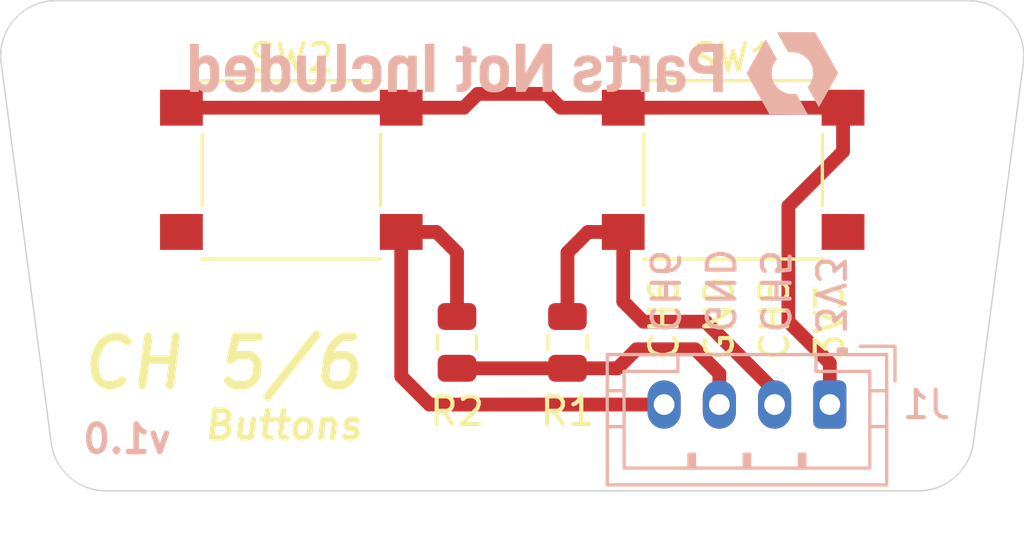
<source format=kicad_pcb>
(kicad_pcb (version 20171130) (host pcbnew "(5.1.5)-3")

  (general
    (thickness 1.6)
    (drawings 37)
    (tracks 32)
    (zones 0)
    (modules 12)
    (nets 5)
  )

  (page USLetter)
  (layers
    (0 F.Cu signal)
    (31 B.Cu signal)
    (32 B.Adhes user)
    (33 F.Adhes user)
    (34 B.Paste user)
    (35 F.Paste user)
    (36 B.SilkS user)
    (37 F.SilkS user)
    (38 B.Mask user)
    (39 F.Mask user)
    (40 Dwgs.User user)
    (41 Cmts.User user)
    (42 Eco1.User user)
    (43 Eco2.User user)
    (44 Edge.Cuts user)
    (45 Margin user)
    (46 B.CrtYd user)
    (47 F.CrtYd user)
    (48 B.Fab user)
    (49 F.Fab user)
  )

  (setup
    (last_trace_width 0.5)
    (trace_clearance 0.2)
    (zone_clearance 0.508)
    (zone_45_only no)
    (trace_min 0.2)
    (via_size 0.8)
    (via_drill 0.4)
    (via_min_size 0.4)
    (via_min_drill 0.3)
    (uvia_size 0.3)
    (uvia_drill 0.1)
    (uvias_allowed no)
    (uvia_min_size 0.2)
    (uvia_min_drill 0.1)
    (edge_width 0.05)
    (segment_width 0.2)
    (pcb_text_width 0.3)
    (pcb_text_size 1.5 1.5)
    (mod_edge_width 0.12)
    (mod_text_size 1 1)
    (mod_text_width 0.15)
    (pad_size 1.524 1.524)
    (pad_drill 0.762)
    (pad_to_mask_clearance 0.051)
    (solder_mask_min_width 0.25)
    (aux_axis_origin 0 0)
    (visible_elements 7FFFFF7F)
    (pcbplotparams
      (layerselection 0x010fc_ffffffff)
      (usegerberextensions true)
      (usegerberattributes false)
      (usegerberadvancedattributes false)
      (creategerberjobfile false)
      (excludeedgelayer true)
      (linewidth 0.100000)
      (plotframeref false)
      (viasonmask false)
      (mode 1)
      (useauxorigin false)
      (hpglpennumber 1)
      (hpglpenspeed 20)
      (hpglpendiameter 15.000000)
      (psnegative false)
      (psa4output false)
      (plotreference true)
      (plotvalue true)
      (plotinvisibletext false)
      (padsonsilk false)
      (subtractmaskfromsilk false)
      (outputformat 1)
      (mirror false)
      (drillshape 0)
      (scaleselection 1)
      (outputdirectory "../Gerbers/"))
  )

  (net 0 "")
  (net 1 /3V3)
  (net 2 /CH5)
  (net 3 GND)
  (net 4 /CH6)

  (net_class Default "This is the default net class."
    (clearance 0.2)
    (trace_width 0.5)
    (via_dia 0.8)
    (via_drill 0.4)
    (uvia_dia 0.3)
    (uvia_drill 0.1)
    (add_net /3V3)
    (add_net /CH5)
    (add_net /CH6)
    (add_net GND)
  )

  (module DumboRC_Daughterboards:DumboRC_Ch56_PNI-Logo (layer B.Cu) (tedit 0) (tstamp 5E5F7A0D)
    (at 125 96.5 180)
    (fp_text reference G*** (at 0 0) (layer B.SilkS) hide
      (effects (font (size 1.524 1.524) (thickness 0.3)) (justify mirror))
    )
    (fp_text value LOGO (at 0.75 0) (layer B.SilkS) hide
      (effects (font (size 1.524 1.524) (thickness 0.3)) (justify mirror))
    )
    (fp_poly (pts (xy 6.342011 0.37465) (xy 6.342175 0.240761) (xy 6.342476 0.123022) (xy 6.342925 0.020647)
      (xy 6.343534 -0.067148) (xy 6.344314 -0.141146) (xy 6.345278 -0.202132) (xy 6.346437 -0.25089)
      (xy 6.347802 -0.288203) (xy 6.349386 -0.314857) (xy 6.3512 -0.331635) (xy 6.352595 -0.337874)
      (xy 6.365693 -0.364873) (xy 6.384802 -0.383745) (xy 6.412786 -0.395888) (xy 6.452508 -0.4027)
      (xy 6.490301 -0.405101) (xy 6.570134 -0.408035) (xy 6.570134 -0.677334) (xy 6.453717 -0.676776)
      (xy 6.391701 -0.675307) (xy 6.339851 -0.671686) (xy 6.301038 -0.666139) (xy 6.291619 -0.663935)
      (xy 6.218105 -0.636136) (xy 6.155506 -0.595522) (xy 6.104444 -0.542722) (xy 6.065543 -0.478367)
      (xy 6.041245 -0.410337) (xy 6.038893 -0.399463) (xy 6.036836 -0.385347) (xy 6.035055 -0.36688)
      (xy 6.033531 -0.342956) (xy 6.032246 -0.312465) (xy 6.03118 -0.274302) (xy 6.030314 -0.227358)
      (xy 6.02963 -0.170524) (xy 6.029109 -0.102695) (xy 6.028731 -0.022761) (xy 6.028478 0.070385)
      (xy 6.028331 0.17785) (xy 6.028271 0.300742) (xy 6.028267 0.348912) (xy 6.028267 1.058333)
      (xy 6.341534 1.058333) (xy 6.342011 0.37465)) (layer B.SilkS) (width 0.01))
    (fp_poly (pts (xy 4.165402 0.637597) (xy 4.238934 0.619567) (xy 4.303653 0.588561) (xy 4.361342 0.54387)
      (xy 4.381383 0.523593) (xy 4.40729 0.492462) (xy 4.43149 0.458084) (xy 4.448396 0.428562)
      (xy 4.458008 0.407796) (xy 4.466218 0.388273) (xy 4.473135 0.368514) (xy 4.478872 0.347043)
      (xy 4.483538 0.32238) (xy 4.487245 0.293049) (xy 4.490104 0.25757) (xy 4.492226 0.214467)
      (xy 4.493722 0.16226) (xy 4.494703 0.099473) (xy 4.495279 0.024626) (xy 4.495563 -0.063758)
      (xy 4.495664 -0.167156) (xy 4.495675 -0.201083) (xy 4.4958 -0.677334) (xy 4.182533 -0.677334)
      (xy 4.182533 -0.241618) (xy 4.18251 -0.14429) (xy 4.182401 -0.062381) (xy 4.182155 0.005622)
      (xy 4.181715 0.061233) (xy 4.181029 0.105965) (xy 4.180041 0.141333) (xy 4.178697 0.168849)
      (xy 4.176943 0.190029) (xy 4.174725 0.206385) (xy 4.171988 0.219432) (xy 4.168677 0.230683)
      (xy 4.165238 0.240324) (xy 4.139241 0.28874) (xy 4.10357 0.325358) (xy 4.060763 0.350108)
      (xy 4.013361 0.362921) (xy 3.963901 0.363728) (xy 3.914925 0.35246) (xy 3.86897 0.329046)
      (xy 3.828576 0.293417) (xy 3.798804 0.250344) (xy 3.794743 0.242411) (xy 3.791317 0.234083)
      (xy 3.788464 0.223908) (xy 3.786119 0.210435) (xy 3.784221 0.192211) (xy 3.782706 0.167784)
      (xy 3.78151 0.135704) (xy 3.780572 0.094517) (xy 3.779827 0.042773) (xy 3.779212 -0.020982)
      (xy 3.778666 -0.098198) (xy 3.778123 -0.190328) (xy 3.777899 -0.230717) (xy 3.77543 -0.677334)
      (xy 3.462867 -0.677334) (xy 3.462867 0.626533) (xy 3.767667 0.626533) (xy 3.767667 0.515027)
      (xy 3.806509 0.549218) (xy 3.867159 0.592805) (xy 3.935083 0.622632) (xy 4.011855 0.639237)
      (xy 4.081271 0.643366) (xy 4.165402 0.637597)) (layer B.SilkS) (width 0.01))
    (fp_poly (pts (xy 3.158067 -0.677334) (xy 2.827867 -0.677334) (xy 2.827867 1.058333) (xy 3.158067 1.058333)
      (xy 3.158067 -0.677334)) (layer B.SilkS) (width 0.01))
    (fp_poly (pts (xy 1.781876 0.982521) (xy 1.783774 0.959999) (xy 1.785527 0.925461) (xy 1.787017 0.881365)
      (xy 1.788131 0.830168) (xy 1.788415 0.810683) (xy 1.7907 0.630767) (xy 1.915583 0.628423)
      (xy 2.040467 0.62608) (xy 2.040467 0.4064) (xy 1.785483 0.4064) (xy 1.788092 0.040216)
      (xy 1.788751 -0.048284) (xy 1.789406 -0.121463) (xy 1.790138 -0.18093) (xy 1.791029 -0.228297)
      (xy 1.792158 -0.265175) (xy 1.793609 -0.293174) (xy 1.795461 -0.313905) (xy 1.797796 -0.32898)
      (xy 1.800696 -0.340009) (xy 1.804242 -0.348602) (xy 1.808061 -0.3556) (xy 1.826262 -0.379466)
      (xy 1.850229 -0.395927) (xy 1.883275 -0.406374) (xy 1.928715 -0.412202) (xy 1.945217 -0.413256)
      (xy 2.015067 -0.41699) (xy 2.015067 -0.677334) (xy 1.89865 -0.676776) (xy 1.834873 -0.675239)
      (xy 1.782187 -0.67142) (xy 1.743148 -0.665522) (xy 1.735872 -0.663761) (xy 1.664364 -0.636449)
      (xy 1.603313 -0.595827) (xy 1.552913 -0.542057) (xy 1.517606 -0.484148) (xy 1.4859 -0.420013)
      (xy 1.483478 -0.006806) (xy 1.481056 0.4064) (xy 1.2954 0.4064) (xy 1.2954 0.62596)
      (xy 1.386417 0.628363) (xy 1.477433 0.630767) (xy 1.479771 0.759883) (xy 1.480727 0.804469)
      (xy 1.481824 0.84239) (xy 1.482956 0.870744) (xy 1.484015 0.886629) (xy 1.484518 0.889)
      (xy 1.492875 0.891685) (xy 1.514612 0.899143) (xy 1.547154 0.910476) (xy 1.587924 0.924789)
      (xy 1.630347 0.939768) (xy 1.676714 0.956066) (xy 1.717533 0.970198) (xy 1.750142 0.981257)
      (xy 1.771877 0.98834) (xy 1.779948 0.990568) (xy 1.781876 0.982521)) (layer B.SilkS) (width 0.01))
    (fp_poly (pts (xy -0.135466 -0.677334) (xy -0.471698 -0.677334) (xy -0.784066 -0.147039) (xy -1.096433 0.383255)
      (xy -1.098613 -0.147039) (xy -1.100794 -0.677334) (xy -1.439333 -0.677334) (xy -1.439333 1.058333)
      (xy -1.272116 1.05833) (xy -1.1049 1.058327) (xy -0.791633 0.524943) (xy -0.478366 -0.00844)
      (xy -0.476187 0.524946) (xy -0.474007 1.058333) (xy -0.135466 1.058333) (xy -0.135466 -0.677334)) (layer B.SilkS) (width 0.01))
    (fp_poly (pts (xy -3.66219 0.982521) (xy -3.660292 0.959999) (xy -3.65854 0.925461) (xy -3.657049 0.881365)
      (xy -3.655935 0.830168) (xy -3.655652 0.810683) (xy -3.653367 0.630767) (xy -3.528483 0.628423)
      (xy -3.4036 0.62608) (xy -3.4036 0.4064) (xy -3.658584 0.4064) (xy -3.655975 0.040216)
      (xy -3.655315 -0.048284) (xy -3.65466 -0.121463) (xy -3.653928 -0.18093) (xy -3.653038 -0.228297)
      (xy -3.651908 -0.265175) (xy -3.650458 -0.293174) (xy -3.648606 -0.313905) (xy -3.64627 -0.32898)
      (xy -3.64337 -0.340009) (xy -3.639824 -0.348602) (xy -3.636006 -0.3556) (xy -3.617805 -0.379466)
      (xy -3.593838 -0.395927) (xy -3.560791 -0.406374) (xy -3.515352 -0.412202) (xy -3.49885 -0.413256)
      (xy -3.429 -0.41699) (xy -3.429 -0.677334) (xy -3.545417 -0.676776) (xy -3.609193 -0.675239)
      (xy -3.661879 -0.67142) (xy -3.700919 -0.665522) (xy -3.708195 -0.663761) (xy -3.779702 -0.636449)
      (xy -3.840754 -0.595827) (xy -3.891153 -0.542057) (xy -3.926461 -0.484148) (xy -3.958167 -0.420013)
      (xy -3.960589 -0.006806) (xy -3.963011 0.4064) (xy -4.148667 0.4064) (xy -4.148667 0.62596)
      (xy -4.05765 0.628363) (xy -3.966633 0.630767) (xy -3.964296 0.759883) (xy -3.96334 0.804469)
      (xy -3.962243 0.84239) (xy -3.961111 0.870744) (xy -3.960051 0.886629) (xy -3.959549 0.889)
      (xy -3.951192 0.891685) (xy -3.929454 0.899143) (xy -3.896913 0.910476) (xy -3.856142 0.924789)
      (xy -3.81372 0.939768) (xy -3.767353 0.956066) (xy -3.726534 0.970198) (xy -3.693925 0.981257)
      (xy -3.67219 0.98834) (xy -3.664118 0.990568) (xy -3.66219 0.982521)) (layer B.SilkS) (width 0.01))
    (fp_poly (pts (xy -4.31165 0.656221) (xy -4.250267 0.650488) (xy -4.250267 0.353625) (xy -4.269317 0.359049)
      (xy -4.320443 0.370417) (xy -4.374035 0.376953) (xy -4.424005 0.3782) (xy -4.464065 0.373743)
      (xy -4.515843 0.356129) (xy -4.562582 0.328938) (xy -4.599316 0.29531) (xy -4.609308 0.281969)
      (xy -4.619505 0.26575) (xy -4.628127 0.249561) (xy -4.635306 0.231886) (xy -4.641173 0.211207)
      (xy -4.645859 0.186009) (xy -4.649497 0.154773) (xy -4.652218 0.115983) (xy -4.654152 0.068121)
      (xy -4.655433 0.009671) (xy -4.656191 -0.060884) (xy -4.656557 -0.145061) (xy -4.656665 -0.244378)
      (xy -4.656667 -0.264246) (xy -4.656667 -0.677334) (xy -4.969933 -0.677334) (xy -4.969933 0.626533)
      (xy -4.665133 0.626533) (xy -4.665133 0.506168) (xy -4.626481 0.549159) (xy -4.575443 0.593663)
      (xy -4.513409 0.627234) (xy -4.443024 0.648972) (xy -4.366932 0.657978) (xy -4.31165 0.656221)) (layer B.SilkS) (width 0.01))
    (fp_poly (pts (xy -7.228416 1.056251) (xy -7.136387 1.055449) (xy -7.059611 1.05467) (xy -6.996411 1.053832)
      (xy -6.945107 1.052854) (xy -6.904021 1.051655) (xy -6.871474 1.050152) (xy -6.845786 1.048266)
      (xy -6.82528 1.045914) (xy -6.808276 1.043015) (xy -6.793096 1.039488) (xy -6.77806 1.035251)
      (xy -6.774784 1.03427) (xy -6.699162 1.006969) (xy -6.63467 0.973041) (xy -6.575885 0.92942)
      (xy -6.553079 0.908877) (xy -6.495985 0.84446) (xy -6.452536 0.771492) (xy -6.422454 0.689244)
      (xy -6.405459 0.59699) (xy -6.401094 0.512233) (xy -6.405714 0.42112) (xy -6.420279 0.341641)
      (xy -6.445842 0.271018) (xy -6.483457 0.206475) (xy -6.53418 0.145233) (xy -6.544394 0.134738)
      (xy -6.596366 0.087738) (xy -6.64948 0.051678) (xy -6.708812 0.023709) (xy -6.779436 0.000986)
      (xy -6.786033 -0.000771) (xy -6.810356 -0.006577) (xy -6.83575 -0.011164) (xy -6.864886 -0.014745)
      (xy -6.900435 -0.01753) (xy -6.945065 -0.019733) (xy -7.001449 -0.021566) (xy -7.06755 -0.023141)
      (xy -7.281333 -0.027707) (xy -7.281333 -0.677334) (xy -7.62 -0.677334) (xy -7.62 0.269769)
      (xy -7.281333 0.269769) (xy -7.09295 0.272468) (xy -6.904566 0.275166) (xy -6.853767 0.300566)
      (xy -6.80307 0.333832) (xy -6.76652 0.376175) (xy -6.743499 0.428378) (xy -6.739113 0.446203)
      (xy -6.731924 0.514271) (xy -6.738548 0.578325) (xy -6.758065 0.636238) (xy -6.789558 0.685881)
      (xy -6.832108 0.725129) (xy -6.868264 0.745402) (xy -6.884309 0.751944) (xy -6.90045 0.756943)
      (xy -6.91935 0.760673) (xy -6.943675 0.763404) (xy -6.976088 0.765409) (xy -7.019253 0.76696)
      (xy -7.075835 0.768329) (xy -7.097183 0.768773) (xy -7.281333 0.772515) (xy -7.281333 0.269769)
      (xy -7.62 0.269769) (xy -7.62 1.059533) (xy -7.228416 1.056251)) (layer B.SilkS) (width 0.01))
    (fp_poly (pts (xy 11.667067 -0.677334) (xy 11.3538 -0.677334) (xy 11.3538 -0.5746) (xy 11.317817 -0.6038)
      (xy 11.252165 -0.64653) (xy 11.178191 -0.676244) (xy 11.099158 -0.692277) (xy 11.018328 -0.693963)
      (xy 10.939885 -0.680885) (xy 10.863133 -0.651829) (xy 10.795286 -0.60875) (xy 10.737093 -0.552463)
      (xy 10.689305 -0.483785) (xy 10.652671 -0.403532) (xy 10.636446 -0.350516) (xy 10.632171 -0.331754)
      (xy 10.628784 -0.311139) (xy 10.626191 -0.286547) (xy 10.624297 -0.255855) (xy 10.623009 -0.216938)
      (xy 10.622233 -0.167672) (xy 10.621874 -0.105933) (xy 10.621838 -0.029596) (xy 10.62184 -0.027748)
      (xy 10.933038 -0.027748) (xy 10.933754 -0.091265) (xy 10.935866 -0.151224) (xy 10.939374 -0.204222)
      (xy 10.944282 -0.246859) (xy 10.949999 -0.273895) (xy 10.971913 -0.322646) (xy 11.003803 -0.363832)
      (xy 11.04241 -0.393697) (xy 11.0617 -0.402663) (xy 11.102772 -0.411229) (xy 11.150729 -0.411334)
      (xy 11.198098 -0.403494) (xy 11.23258 -0.390837) (xy 11.275862 -0.359665) (xy 11.310876 -0.315842)
      (xy 11.334971 -0.262691) (xy 11.335041 -0.262467) (xy 11.339881 -0.244231) (xy 11.343545 -0.222979)
      (xy 11.346176 -0.19622) (xy 11.347921 -0.161463) (xy 11.348925 -0.116215) (xy 11.349332 -0.057986)
      (xy 11.349353 -0.016934) (xy 11.349189 0.046955) (xy 11.34872 0.096452) (xy 11.347751 0.1341)
      (xy 11.346083 0.162442) (xy 11.34352 0.184018) (xy 11.339866 0.201372) (xy 11.334922 0.217044)
      (xy 11.330291 0.229121) (xy 11.300606 0.283194) (xy 11.260923 0.324129) (xy 11.21278 0.351186)
      (xy 11.157715 0.363621) (xy 11.097268 0.360692) (xy 11.070195 0.354578) (xy 11.030885 0.335645)
      (xy 10.995072 0.303483) (xy 10.966157 0.261792) (xy 10.950307 0.224154) (xy 10.94408 0.19387)
      (xy 10.939238 0.150136) (xy 10.935782 0.096354) (xy 10.933714 0.035925) (xy 10.933038 -0.027748)
      (xy 10.62184 -0.027748) (xy 10.621849 -0.021167) (xy 10.622017 0.054685) (xy 10.622376 0.115808)
      (xy 10.623051 0.164407) (xy 10.624167 0.202688) (xy 10.625848 0.232853) (xy 10.628219 0.257109)
      (xy 10.631405 0.277659) (xy 10.635531 0.296709) (xy 10.640721 0.316463) (xy 10.641009 0.3175)
      (xy 10.664367 0.388416) (xy 10.692409 0.446933) (xy 10.727482 0.497426) (xy 10.752759 0.525565)
      (xy 10.813825 0.577258) (xy 10.881789 0.613865) (xy 10.957483 0.635719) (xy 11.041736 0.643156)
      (xy 11.044767 0.643159) (xy 11.118568 0.638863) (xy 11.181276 0.625291) (xy 11.236794 0.601034)
      (xy 11.289021 0.564686) (xy 11.307929 0.548224) (xy 11.3538 0.506301) (xy 11.3538 1.058333)
      (xy 11.667067 1.058333) (xy 11.667067 -0.677334)) (layer B.SilkS) (width 0.01))
    (fp_poly (pts (xy 9.902707 0.641781) (xy 9.965315 0.63681) (xy 10.003124 0.63067) (xy 10.087702 0.604928)
      (xy 10.164688 0.565817) (xy 10.232198 0.514749) (xy 10.288346 0.453136) (xy 10.329382 0.386255)
      (xy 10.348811 0.344805) (xy 10.363761 0.307639) (xy 10.374889 0.271359) (xy 10.382855 0.232567)
      (xy 10.388319 0.187863) (xy 10.391939 0.13385) (xy 10.394376 0.067129) (xy 10.394862 0.048683)
      (xy 10.399044 -0.118534) (xy 9.632557 -0.118534) (xy 9.637808 -0.186626) (xy 9.648702 -0.257109)
      (xy 9.6698 -0.314188) (xy 9.701616 -0.358347) (xy 9.744668 -0.390069) (xy 9.799471 -0.409841)
      (xy 9.86654 -0.418144) (xy 9.884834 -0.418485) (xy 9.925835 -0.41767) (xy 9.955188 -0.414567)
      (xy 9.978118 -0.408313) (xy 9.995952 -0.400146) (xy 10.031365 -0.375997) (xy 10.060007 -0.346061)
      (xy 10.077744 -0.314941) (xy 10.080276 -0.306264) (xy 10.085166 -0.285383) (xy 10.088475 -0.27305)
      (xy 10.09428 -0.268973) (xy 10.109962 -0.265997) (xy 10.137239 -0.264) (xy 10.177826 -0.262865)
      (xy 10.233441 -0.26247) (xy 10.240168 -0.262467) (xy 10.3886 -0.262467) (xy 10.3886 -0.298788)
      (xy 10.38044 -0.372042) (xy 10.356824 -0.441331) (xy 10.319045 -0.505168) (xy 10.268398 -0.562063)
      (xy 10.206178 -0.61053) (xy 10.13368 -0.649078) (xy 10.062634 -0.673555) (xy 10.033894 -0.678927)
      (xy 9.99297 -0.683662) (xy 9.944563 -0.687518) (xy 9.893373 -0.690253) (xy 9.844098 -0.691626)
      (xy 9.801439 -0.691396) (xy 9.770096 -0.689321) (xy 9.7663 -0.688778) (xy 9.676059 -0.667331)
      (xy 9.593513 -0.633753) (xy 9.520394 -0.589192) (xy 9.458432 -0.534797) (xy 9.40936 -0.471716)
      (xy 9.391667 -0.44025) (xy 9.371584 -0.396764) (xy 9.355914 -0.354181) (xy 9.344075 -0.309354)
      (xy 9.335483 -0.259138) (xy 9.329554 -0.200386) (xy 9.325704 -0.129951) (xy 9.324024 -0.07576)
      (xy 9.322855 0.016538) (xy 9.324414 0.094936) (xy 9.324861 0.1016) (xy 9.632728 0.1016)
      (xy 10.086256 0.1016) (xy 10.08131 0.160598) (xy 10.073166 0.21108) (xy 10.058408 0.259051)
      (xy 10.038998 0.298954) (xy 10.026327 0.316274) (xy 9.995148 0.34066) (xy 9.952279 0.359172)
      (xy 9.902433 0.370145) (xy 9.867292 0.37245) (xy 9.801207 0.366794) (xy 9.746914 0.349319)
      (xy 9.703926 0.319565) (xy 9.671754 0.27707) (xy 9.649911 0.221373) (xy 9.63831 0.156075)
      (xy 9.632728 0.1016) (xy 9.324861 0.1016) (xy 9.328938 0.162284) (xy 9.336668 0.22143)
      (xy 9.347841 0.275225) (xy 9.355905 0.3048) (xy 9.388222 0.385043) (xy 9.434427 0.45696)
      (xy 9.492948 0.519125) (xy 9.562211 0.570113) (xy 9.64064 0.608499) (xy 9.715743 0.63067)
      (xy 9.770968 0.638711) (xy 9.835607 0.642415) (xy 9.902707 0.641781)) (layer B.SilkS) (width 0.01))
    (fp_poly (pts (xy 9.084734 -0.677334) (xy 8.771467 -0.677334) (xy 8.771467 -0.5746) (xy 8.735484 -0.6038)
      (xy 8.669831 -0.64653) (xy 8.595857 -0.676244) (xy 8.516824 -0.692277) (xy 8.435995 -0.693963)
      (xy 8.357551 -0.680885) (xy 8.2808 -0.651829) (xy 8.212953 -0.60875) (xy 8.15476 -0.552463)
      (xy 8.106972 -0.483785) (xy 8.070337 -0.403532) (xy 8.054113 -0.350516) (xy 8.049838 -0.331754)
      (xy 8.04645 -0.311139) (xy 8.043857 -0.286547) (xy 8.041964 -0.255855) (xy 8.040676 -0.216938)
      (xy 8.0399 -0.167672) (xy 8.039541 -0.105933) (xy 8.039505 -0.029596) (xy 8.039507 -0.027748)
      (xy 8.350705 -0.027748) (xy 8.351421 -0.091265) (xy 8.353533 -0.151224) (xy 8.357041 -0.204222)
      (xy 8.361949 -0.246859) (xy 8.367666 -0.273895) (xy 8.38958 -0.322646) (xy 8.42147 -0.363832)
      (xy 8.460077 -0.393697) (xy 8.479367 -0.402663) (xy 8.520439 -0.411229) (xy 8.568396 -0.411334)
      (xy 8.615765 -0.403494) (xy 8.650247 -0.390837) (xy 8.693528 -0.359665) (xy 8.728543 -0.315842)
      (xy 8.752638 -0.262691) (xy 8.752708 -0.262467) (xy 8.757548 -0.244231) (xy 8.761211 -0.222979)
      (xy 8.763843 -0.19622) (xy 8.765588 -0.161463) (xy 8.766591 -0.116215) (xy 8.766999 -0.057986)
      (xy 8.767019 -0.016934) (xy 8.766855 0.046955) (xy 8.766387 0.096452) (xy 8.765417 0.1341)
      (xy 8.76375 0.162442) (xy 8.761187 0.184018) (xy 8.757532 0.201372) (xy 8.752588 0.217044)
      (xy 8.747958 0.229121) (xy 8.718273 0.283194) (xy 8.67859 0.324129) (xy 8.630446 0.351186)
      (xy 8.575382 0.363621) (xy 8.514934 0.360692) (xy 8.487861 0.354578) (xy 8.448552 0.335645)
      (xy 8.412738 0.303483) (xy 8.383824 0.261792) (xy 8.367974 0.224154) (xy 8.361747 0.19387)
      (xy 8.356904 0.150136) (xy 8.353448 0.096354) (xy 8.351381 0.035925) (xy 8.350705 -0.027748)
      (xy 8.039507 -0.027748) (xy 8.039516 -0.021167) (xy 8.039683 0.054685) (xy 8.040043 0.115808)
      (xy 8.040718 0.164407) (xy 8.041833 0.202688) (xy 8.043515 0.232853) (xy 8.045886 0.257109)
      (xy 8.049072 0.277659) (xy 8.053198 0.296709) (xy 8.058388 0.316463) (xy 8.058675 0.3175)
      (xy 8.082034 0.388416) (xy 8.110075 0.446933) (xy 8.145149 0.497426) (xy 8.170426 0.525565)
      (xy 8.231492 0.577258) (xy 8.299456 0.613865) (xy 8.375149 0.635719) (xy 8.459403 0.643156)
      (xy 8.462434 0.643159) (xy 8.536235 0.638863) (xy 8.598943 0.625291) (xy 8.654461 0.601034)
      (xy 8.706688 0.564686) (xy 8.725596 0.548224) (xy 8.771467 0.506301) (xy 8.771467 1.058333)
      (xy 9.084734 1.058333) (xy 9.084734 -0.677334)) (layer B.SilkS) (width 0.01))
    (fp_poly (pts (xy 7.069814 0.213783) (xy 7.06996 0.108979) (xy 7.070394 0.019631) (xy 7.071229 -0.055736)
      (xy 7.072578 -0.118598) (xy 7.074554 -0.170429) (xy 7.077269 -0.212707) (xy 7.080838 -0.246907)
      (xy 7.085373 -0.274503) (xy 7.090987 -0.296973) (xy 7.097793 -0.315792) (xy 7.105905 -0.332435)
      (xy 7.112538 -0.343771) (xy 7.140664 -0.374107) (xy 7.18064 -0.396499) (xy 7.228918 -0.410055)
      (xy 7.281953 -0.413883) (xy 7.336198 -0.407089) (xy 7.349914 -0.403516) (xy 7.39569 -0.383593)
      (xy 7.429856 -0.352772) (xy 7.454873 -0.308772) (xy 7.456527 -0.30468) (xy 7.459867 -0.294981)
      (xy 7.462699 -0.283227) (xy 7.465076 -0.267965) (xy 7.46705 -0.247742) (xy 7.468675 -0.221105)
      (xy 7.470003 -0.1866) (xy 7.471087 -0.142774) (xy 7.471981 -0.088173) (xy 7.472738 -0.021344)
      (xy 7.47341 0.059166) (xy 7.474051 0.15481) (xy 7.474205 0.179916) (xy 7.476899 0.626533)
      (xy 7.790127 0.626533) (xy 7.787534 0.154516) (xy 7.784941 -0.3175) (xy 7.761616 -0.386566)
      (xy 7.737695 -0.445081) (xy 7.707352 -0.500542) (xy 7.673444 -0.548354) (xy 7.639115 -0.583685)
      (xy 7.592007 -0.616362) (xy 7.535659 -0.64597) (xy 7.477746 -0.668612) (xy 7.463367 -0.672881)
      (xy 7.430184 -0.679341) (xy 7.384852 -0.684579) (xy 7.332124 -0.688405) (xy 7.276752 -0.690631)
      (xy 7.223489 -0.691068) (xy 7.177088 -0.689525) (xy 7.142301 -0.685815) (xy 7.141634 -0.685695)
      (xy 7.089846 -0.673331) (xy 7.035787 -0.65554) (xy 6.98692 -0.63496) (xy 6.964391 -0.623075)
      (xy 6.926332 -0.595108) (xy 6.886696 -0.556498) (xy 6.850105 -0.512357) (xy 6.821181 -0.467799)
      (xy 6.817155 -0.460147) (xy 6.805748 -0.437426) (xy 6.796027 -0.416967) (xy 6.787846 -0.397245)
      (xy 6.781062 -0.376734) (xy 6.775529 -0.35391) (xy 6.771105 -0.327247) (xy 6.767644 -0.295221)
      (xy 6.765003 -0.256306) (xy 6.763036 -0.208978) (xy 6.761601 -0.151711) (xy 6.760551 -0.082981)
      (xy 6.759745 -0.001262) (xy 6.759036 0.094971) (xy 6.758608 0.15875) (xy 6.75548 0.626533)
      (xy 7.069667 0.626533) (xy 7.069814 0.213783)) (layer B.SilkS) (width 0.01))
    (fp_poly (pts (xy 5.37905 0.637116) (xy 5.472336 0.618083) (xy 5.554504 0.586399) (xy 5.62547 0.542093)
      (xy 5.662701 0.509397) (xy 5.707366 0.458305) (xy 5.740976 0.4035) (xy 5.764963 0.341626)
      (xy 5.780757 0.269321) (xy 5.787094 0.217453) (xy 5.79319 0.1524) (xy 5.4864 0.1524)
      (xy 5.4864 0.18077) (xy 5.478368 0.232659) (xy 5.455845 0.28035) (xy 5.421188 0.319901)
      (xy 5.39066 0.340801) (xy 5.369153 0.35051) (xy 5.346034 0.356302) (xy 5.316031 0.35907)
      (xy 5.278967 0.359712) (xy 5.221846 0.356388) (xy 5.177205 0.345563) (xy 5.141776 0.325959)
      (xy 5.112291 0.296297) (xy 5.11029 0.293713) (xy 5.095048 0.272218) (xy 5.08317 0.250834)
      (xy 5.074186 0.227026) (xy 5.067622 0.198259) (xy 5.063007 0.161997) (xy 5.059869 0.115705)
      (xy 5.057736 0.056849) (xy 5.056553 0.005061) (xy 5.05558 -0.073323) (xy 5.056218 -0.137161)
      (xy 5.058704 -0.188783) (xy 5.063275 -0.230521) (xy 5.070166 -0.264707) (xy 5.079614 -0.29367)
      (xy 5.088897 -0.31411) (xy 5.118752 -0.354821) (xy 5.160189 -0.385589) (xy 5.210481 -0.405521)
      (xy 5.266897 -0.413723) (xy 5.32671 -0.409305) (xy 5.357462 -0.401958) (xy 5.407006 -0.379703)
      (xy 5.446123 -0.34664) (xy 5.472918 -0.305102) (xy 5.485498 -0.25742) (xy 5.486214 -0.243417)
      (xy 5.4864 -0.211667) (xy 5.793173 -0.211667) (xy 5.787291 -0.268817) (xy 5.777119 -0.340623)
      (xy 5.761862 -0.400387) (xy 5.739915 -0.452641) (xy 5.70967 -0.501914) (xy 5.699975 -0.515161)
      (xy 5.644561 -0.574669) (xy 5.57675 -0.623281) (xy 5.497702 -0.660246) (xy 5.454344 -0.674121)
      (xy 5.416118 -0.681586) (xy 5.366134 -0.686979) (xy 5.309458 -0.690176) (xy 5.251151 -0.691052)
      (xy 5.196279 -0.689481) (xy 5.149904 -0.685338) (xy 5.1308 -0.682119) (xy 5.039454 -0.655877)
      (xy 4.960547 -0.618185) (xy 4.893844 -0.56882) (xy 4.839107 -0.50756) (xy 4.796102 -0.434183)
      (xy 4.764592 -0.348467) (xy 4.760599 -0.333583) (xy 4.75622 -0.314268) (xy 4.752773 -0.293)
      (xy 4.750156 -0.267585) (xy 4.748267 -0.235823) (xy 4.747006 -0.195519) (xy 4.74627 -0.144477)
      (xy 4.745958 -0.080498) (xy 4.745947 -0.016934) (xy 4.746072 0.056258) (xy 4.746363 0.114781)
      (xy 4.74697 0.160899) (xy 4.748045 0.196876) (xy 4.749737 0.224978) (xy 4.752198 0.247467)
      (xy 4.755577 0.26661) (xy 4.760024 0.284669) (xy 4.765692 0.30391) (xy 4.767699 0.310401)
      (xy 4.801784 0.395244) (xy 4.847454 0.467772) (xy 4.904595 0.527907) (xy 4.973089 0.575575)
      (xy 5.052821 0.610698) (xy 5.143674 0.6332) (xy 5.245532 0.643006) (xy 5.274734 0.643466)
      (xy 5.37905 0.637116)) (layer B.SilkS) (width 0.01))
    (fp_poly (pts (xy 0.685179 0.641507) (xy 0.737552 0.638746) (xy 0.778437 0.634523) (xy 0.813267 0.627998)
      (xy 0.847477 0.618334) (xy 0.857909 0.614876) (xy 0.940583 0.579582) (xy 1.010208 0.534074)
      (xy 1.067241 0.477785) (xy 1.11214 0.410145) (xy 1.145364 0.330587) (xy 1.16737 0.238541)
      (xy 1.168963 0.228679) (xy 1.172413 0.195553) (xy 1.174766 0.149919) (xy 1.176086 0.094662)
      (xy 1.176436 0.032668) (xy 1.17588 -0.033177) (xy 1.174483 -0.099988) (xy 1.172309 -0.16488)
      (xy 1.16942 -0.224967) (xy 1.165881 -0.277364) (xy 1.161757 -0.319185) (xy 1.15711 -0.347544)
      (xy 1.156117 -0.351367) (xy 1.123753 -0.435346) (xy 1.078313 -0.509225) (xy 1.020811 -0.571992)
      (xy 0.952261 -0.622637) (xy 0.873676 -0.660147) (xy 0.833967 -0.672841) (xy 0.793544 -0.680798)
      (xy 0.74154 -0.686563) (xy 0.683184 -0.689985) (xy 0.623705 -0.690916) (xy 0.56833 -0.689206)
      (xy 0.52229 -0.684706) (xy 0.508 -0.682163) (xy 0.416607 -0.655854) (xy 0.33769 -0.618139)
      (xy 0.271 -0.568782) (xy 0.216289 -0.507551) (xy 0.173308 -0.434212) (xy 0.14181 -0.34853)
      (xy 0.137799 -0.333583) (xy 0.13342 -0.314268) (xy 0.129973 -0.293) (xy 0.127356 -0.267585)
      (xy 0.125467 -0.235823) (xy 0.124206 -0.195519) (xy 0.12347 -0.144477) (xy 0.123158 -0.080498)
      (xy 0.123147 -0.016934) (xy 0.123174 -0.000616) (xy 0.432152 -0.000616) (xy 0.433101 -0.059836)
      (xy 0.435078 -0.118178) (xy 0.438001 -0.172437) (xy 0.441791 -0.219411) (xy 0.446368 -0.255897)
      (xy 0.451652 -0.278692) (xy 0.4517 -0.278819) (xy 0.480146 -0.332514) (xy 0.518856 -0.373312)
      (xy 0.566405 -0.400567) (xy 0.621368 -0.413636) (xy 0.682322 -0.411873) (xy 0.724711 -0.402399)
      (xy 0.770947 -0.380205) (xy 0.809356 -0.343273) (xy 0.839883 -0.2921) (xy 0.845806 -0.278561)
      (xy 0.850389 -0.2653) (xy 0.853805 -0.250009) (xy 0.856224 -0.230382) (xy 0.857817 -0.20411)
      (xy 0.858756 -0.168887) (xy 0.859213 -0.122403) (xy 0.859358 -0.062353) (xy 0.859367 -0.029634)
      (xy 0.859065 0.047709) (xy 0.857919 0.110237) (xy 0.85557 0.160062) (xy 0.851658 0.199295)
      (xy 0.845822 0.230049) (xy 0.837703 0.254436) (xy 0.826941 0.274566) (xy 0.813177 0.292551)
      (xy 0.80251 0.304031) (xy 0.768246 0.333276) (xy 0.73138 0.351284) (xy 0.685965 0.360691)
      (xy 0.671529 0.362093) (xy 0.607297 0.360757) (xy 0.552938 0.345666) (xy 0.508494 0.316852)
      (xy 0.474005 0.27435) (xy 0.449512 0.218189) (xy 0.44022 0.180997) (xy 0.436263 0.150291)
      (xy 0.433653 0.107651) (xy 0.432309 0.056281) (xy 0.432152 -0.000616) (xy 0.123174 -0.000616)
      (xy 0.123272 0.056258) (xy 0.123563 0.114781) (xy 0.12417 0.160899) (xy 0.125245 0.196876)
      (xy 0.126937 0.224978) (xy 0.129398 0.247467) (xy 0.132777 0.26661) (xy 0.137224 0.284669)
      (xy 0.142892 0.30391) (xy 0.144899 0.310401) (xy 0.178976 0.395544) (xy 0.224405 0.468133)
      (xy 0.281142 0.528143) (xy 0.349147 0.575548) (xy 0.428379 0.610324) (xy 0.518795 0.632444)
      (xy 0.620355 0.641884) (xy 0.685179 0.641507)) (layer B.SilkS) (width 0.01))
    (fp_poly (pts (xy -2.664624 0.639544) (xy -2.573116 0.626015) (xy -2.490367 0.601358) (xy -2.41746 0.566231)
      (xy -2.355475 0.521288) (xy -2.305496 0.467185) (xy -2.268604 0.404579) (xy -2.24588 0.334123)
      (xy -2.244403 0.326528) (xy -2.238799 0.297574) (xy -2.235562 0.276441) (xy -2.236771 0.261909)
      (xy -2.244504 0.252758) (xy -2.26084 0.247765) (xy -2.287858 0.245711) (xy -2.327635 0.245374)
      (xy -2.38225 0.245533) (xy -2.529369 0.245533) (xy -2.534965 0.280527) (xy -2.54952 0.319861)
      (xy -2.57882 0.352458) (xy -2.621614 0.377133) (xy -2.646002 0.385647) (xy -2.698343 0.395391)
      (xy -2.752756 0.396076) (xy -2.80512 0.388425) (xy -2.851313 0.373159) (xy -2.887213 0.351004)
      (xy -2.896646 0.341684) (xy -2.916634 0.307206) (xy -2.925064 0.266327) (xy -2.92157 0.230716)
      (xy -2.911733 0.203996) (xy -2.896801 0.18239) (xy -2.874723 0.164895) (xy -2.843449 0.15051)
      (xy -2.800928 0.138234) (xy -2.745108 0.127065) (xy -2.692069 0.118632) (xy -2.593884 0.102051)
      (xy -2.510946 0.083192) (xy -2.441627 0.061216) (xy -2.384302 0.035283) (xy -2.337344 0.004553)
      (xy -2.299127 -0.031813) (xy -2.268025 -0.074655) (xy -2.249084 -0.110067) (xy -2.235964 -0.140276)
      (xy -2.227651 -0.167603) (xy -2.222794 -0.198311) (xy -2.220047 -0.238665) (xy -2.219709 -0.246538)
      (xy -2.220372 -0.322985) (xy -2.229955 -0.387931) (xy -2.249636 -0.444937) (xy -2.280599 -0.497564)
      (xy -2.31805 -0.54301) (xy -2.365576 -0.584892) (xy -2.425449 -0.622785) (xy -2.493146 -0.654172)
      (xy -2.5527 -0.673654) (xy -2.581374 -0.678976) (xy -2.622212 -0.683671) (xy -2.67053 -0.687499)
      (xy -2.721642 -0.690222) (xy -2.770863 -0.691599) (xy -2.813508 -0.691393) (xy -2.84489 -0.689364)
      (xy -2.849033 -0.688778) (xy -2.943547 -0.667052) (xy -3.025519 -0.634308) (xy -3.094745 -0.59074)
      (xy -3.15102 -0.536539) (xy -3.194138 -0.471898) (xy -3.223893 -0.397009) (xy -3.238728 -0.32385)
      (xy -3.244322 -0.2794) (xy -2.947745 -0.2794) (xy -2.941926 -0.306917) (xy -2.926206 -0.350289)
      (xy -2.898313 -0.384384) (xy -2.856146 -0.411749) (xy -2.854945 -0.412342) (xy -2.829491 -0.423854)
      (xy -2.806705 -0.430919) (xy -2.780924 -0.434576) (xy -2.746488 -0.435864) (xy -2.726266 -0.435946)
      (xy -2.685202 -0.435229) (xy -2.655229 -0.432497) (xy -2.630535 -0.426718) (xy -2.605305 -0.41686)
      (xy -2.596813 -0.412977) (xy -2.567848 -0.397963) (xy -2.549558 -0.383248) (xy -2.536555 -0.363773)
      (xy -2.530279 -0.350504) (xy -2.517724 -0.305008) (xy -2.521339 -0.262746) (xy -2.538102 -0.228799)
      (xy -2.556352 -0.209814) (xy -2.582637 -0.193522) (xy -2.618972 -0.17919) (xy -2.667372 -0.166089)
      (xy -2.729852 -0.153488) (xy -2.760133 -0.148275) (xy -2.858516 -0.129715) (xy -2.941527 -0.108903)
      (xy -3.010653 -0.085189) (xy -3.06738 -0.057921) (xy -3.113195 -0.026449) (xy -3.149582 0.00988)
      (xy -3.163647 0.028522) (xy -3.187969 0.069595) (xy -3.204282 0.112402) (xy -3.213528 0.161043)
      (xy -3.216646 0.21962) (xy -3.216099 0.257265) (xy -3.214328 0.300431) (xy -3.211556 0.331716)
      (xy -3.206756 0.35617) (xy -3.198903 0.378845) (xy -3.186969 0.404792) (xy -3.185526 0.407732)
      (xy -3.142735 0.476385) (xy -3.087813 0.533305) (xy -3.020934 0.578399) (xy -2.942269 0.61157)
      (xy -2.85199 0.632724) (xy -2.76381 0.641292) (xy -2.664624 0.639544)) (layer B.SilkS) (width 0.01))
    (fp_poly (pts (xy -5.647907 0.637389) (xy -5.554289 0.619203) (xy -5.472358 0.588978) (xy -5.402224 0.546781)
      (xy -5.343996 0.492682) (xy -5.297786 0.426749) (xy -5.263704 0.349052) (xy -5.25947 0.335818)
      (xy -5.256553 0.324205) (xy -5.254045 0.30901) (xy -5.251903 0.288874) (xy -5.250087 0.262436)
      (xy -5.248554 0.228338) (xy -5.24726 0.18522) (xy -5.246165 0.131723) (xy -5.245226 0.066488)
      (xy -5.2444 -0.011846) (xy -5.243646 -0.104637) (xy -5.24305 -0.192617) (xy -5.239974 -0.677334)
      (xy -5.544858 -0.677334) (xy -5.547379 -0.626698) (xy -5.5499 -0.576063) (xy -5.588 -0.606375)
      (xy -5.655656 -0.650998) (xy -5.725841 -0.679457) (xy -5.747167 -0.684747) (xy -5.79467 -0.691152)
      (xy -5.851538 -0.69325) (xy -5.910784 -0.691137) (xy -5.965422 -0.684911) (xy -5.983709 -0.681447)
      (xy -6.057012 -0.657595) (xy -6.122461 -0.620505) (xy -6.178234 -0.571945) (xy -6.222505 -0.513678)
      (xy -6.253451 -0.44747) (xy -6.26364 -0.410633) (xy -6.276302 -0.320671) (xy -6.275437 -0.276839)
      (xy -5.969 -0.276839) (xy -5.963221 -0.330553) (xy -5.945409 -0.37272) (xy -5.914854 -0.404388)
      (xy -5.870845 -0.426603) (xy -5.866188 -0.428179) (xy -5.829454 -0.435282) (xy -5.783565 -0.437267)
      (xy -5.735408 -0.434432) (xy -5.69187 -0.427075) (xy -5.668399 -0.419631) (xy -5.628755 -0.398131)
      (xy -5.59891 -0.369711) (xy -5.577718 -0.33218) (xy -5.564033 -0.28335) (xy -5.556713 -0.22103)
      (xy -5.555793 -0.204222) (xy -5.551816 -0.116343) (xy -5.69954 -0.120002) (xy -5.753957 -0.121517)
      (xy -5.794532 -0.123237) (xy -5.824353 -0.125559) (xy -5.84651 -0.128882) (xy -5.864093 -0.133602)
      (xy -5.880191 -0.140117) (xy -5.88907 -0.14438) (xy -5.928474 -0.169521) (xy -5.953606 -0.200292)
      (xy -5.966379 -0.239864) (xy -5.969 -0.276839) (xy -6.275437 -0.276839) (xy -6.274651 -0.23706)
      (xy -6.259037 -0.160741) (xy -6.229811 -0.092656) (xy -6.187324 -0.033746) (xy -6.131928 0.01505)
      (xy -6.096564 0.036976) (xy -6.061021 0.054452) (xy -6.024415 0.068081) (xy -5.984082 0.078281)
      (xy -5.937356 0.085469) (xy -5.881574 0.090062) (xy -5.814071 0.092476) (xy -5.737936 0.093133)
      (xy -5.551914 0.093133) (xy -5.555803 0.180591) (xy -5.562819 0.249257) (xy -5.577799 0.303562)
      (xy -5.601813 0.344613) (xy -5.635931 0.373513) (xy -5.681222 0.391369) (xy -5.738757 0.399287)
      (xy -5.768015 0.399908) (xy -5.826651 0.393203) (xy -5.875404 0.374482) (xy -5.913017 0.34465)
      (xy -5.938228 0.304611) (xy -5.947866 0.270736) (xy -5.953555 0.237066) (xy -6.242377 0.237066)
      (xy -6.237482 0.301789) (xy -6.225152 0.372037) (xy -6.198756 0.4346) (xy -6.157209 0.491671)
      (xy -6.129685 0.519509) (xy -6.067577 0.56748) (xy -5.997335 0.603358) (xy -5.917548 0.627608)
      (xy -5.826805 0.640695) (xy -5.7531 0.643466) (xy -5.647907 0.637389)) (layer B.SilkS) (width 0.01))
    (fp_poly (pts (xy -9.969506 1.479822) (xy -9.880953 1.479542) (xy -9.802186 1.479099) (xy -9.73434 1.478502)
      (xy -9.678545 1.47776) (xy -9.635935 1.47688) (xy -9.607641 1.475872) (xy -9.594795 1.474744)
      (xy -9.594128 1.474371) (xy -9.598703 1.465704) (xy -9.61072 1.44372) (xy -9.629364 1.409889)
      (xy -9.653823 1.365678) (xy -9.683284 1.312556) (xy -9.716931 1.251992) (xy -9.753953 1.185453)
      (xy -9.793536 1.114408) (xy -9.794809 1.112125) (xy -9.992651 0.757274) (xy -10.116542 0.756948)
      (xy -10.202063 0.754229) (xy -10.276326 0.74585) (xy -10.344373 0.730748) (xy -10.411244 0.707856)
      (xy -10.468525 0.682629) (xy -10.567004 0.626566) (xy -10.654417 0.557893) (xy -10.73013 0.477338)
      (xy -10.793506 0.385631) (xy -10.843911 0.2835) (xy -10.864101 0.2286) (xy -10.874999 0.193806)
      (xy -10.882654 0.163767) (xy -10.887778 0.133689) (xy -10.891081 0.09878) (xy -10.893273 0.054247)
      (xy -10.894218 0.0254) (xy -10.895423 -0.025549) (xy -10.895279 -0.064355) (xy -10.893377 -0.09578)
      (xy -10.889309 -0.124588) (xy -10.882665 -0.155543) (xy -10.876647 -0.179561) (xy -10.849261 -0.264985)
      (xy -10.812876 -0.346969) (xy -10.769977 -0.420347) (xy -10.743411 -0.456529) (xy -10.700604 -0.509652)
      (xy -10.896713 -0.858076) (xy -10.936428 -0.928533) (xy -10.973738 -0.994523) (xy -11.007799 -1.054566)
      (xy -11.037766 -1.107183) (xy -11.062794 -1.150894) (xy -11.08204 -1.184221) (xy -11.094657 -1.205683)
      (xy -11.099756 -1.213755) (xy -11.10856 -1.212903) (xy -11.119392 -1.201055) (xy -11.12544 -1.190682)
      (xy -11.139106 -1.166686) (xy -11.159741 -1.130222) (xy -11.186694 -1.082446) (xy -11.219316 -1.024513)
      (xy -11.256957 -0.957577) (xy -11.298967 -0.882794) (xy -11.344697 -0.801318) (xy -11.393496 -0.714306)
      (xy -11.444715 -0.622911) (xy -11.463818 -0.588808) (xy -11.79554 0.003484) (xy -11.783002 0.029259)
      (xy -11.777138 0.040213) (xy -11.763582 0.06488) (xy -11.742924 0.102205) (xy -11.715751 0.151129)
      (xy -11.682655 0.210597) (xy -11.644223 0.27955) (xy -11.601046 0.356934) (xy -11.553711 0.44169)
      (xy -11.502809 0.532762) (xy -11.448927 0.629094) (xy -11.392657 0.729627) (xy -11.372158 0.766233)
      (xy -10.973853 1.477433) (xy -10.282571 1.479599) (xy -10.171448 1.479859) (xy -10.066716 1.479931)
      (xy -9.969506 1.479822)) (layer B.SilkS) (width 0.01))
    (fp_poly (pts (xy -9.174998 1.209944) (xy -9.162673 1.189557) (xy -9.143608 1.157029) (xy -9.118549 1.113688)
      (xy -9.088244 1.060863) (xy -9.053439 0.99988) (xy -9.014882 0.932068) (xy -8.973319 0.858755)
      (xy -8.929499 0.781268) (xy -8.884166 0.700935) (xy -8.83807 0.619085) (xy -8.791956 0.537044)
      (xy -8.746572 0.456141) (xy -8.702665 0.377703) (xy -8.660981 0.303059) (xy -8.622268 0.233536)
      (xy -8.587273 0.170462) (xy -8.556743 0.115165) (xy -8.531424 0.068973) (xy -8.512065 0.033213)
      (xy -8.499411 0.009213) (xy -8.49421 -0.001698) (xy -8.494137 -0.00197) (xy -8.497886 -0.010714)
      (xy -8.509377 -0.033207) (xy -8.528057 -0.068438) (xy -8.553371 -0.115395) (xy -8.584764 -0.173067)
      (xy -8.62168 -0.240443) (xy -8.663565 -0.316512) (xy -8.709864 -0.400261) (xy -8.760022 -0.49068)
      (xy -8.813483 -0.586757) (xy -8.869694 -0.687482) (xy -8.9019 -0.745067) (xy -9.311826 -1.477434)
      (xy -10.002927 -1.4796) (xy -10.694029 -1.481766) (xy -10.661965 -1.424079) (xy -10.650794 -1.403967)
      (xy -10.632497 -1.371004) (xy -10.608159 -1.327147) (xy -10.578867 -1.274354) (xy -10.545706 -1.214583)
      (xy -10.509763 -1.14979) (xy -10.472124 -1.081933) (xy -10.460566 -1.061097) (xy -10.291233 -0.755801)
      (xy -10.168466 -0.756222) (xy -10.11207 -0.755827) (xy -10.067593 -0.753897) (xy -10.030056 -0.749976)
      (xy -9.994479 -0.743606) (xy -9.970541 -0.738058) (xy -9.909634 -0.71974) (xy -9.844966 -0.694765)
      (xy -9.782808 -0.665866) (xy -9.729431 -0.635773) (xy -9.717109 -0.627641) (xy -9.631475 -0.558583)
      (xy -9.556155 -0.476863) (xy -9.492313 -0.384071) (xy -9.441115 -0.281794) (xy -9.418126 -0.220133)
      (xy -9.409466 -0.192851) (xy -9.403214 -0.169282) (xy -9.398981 -0.145803) (xy -9.396377 -0.11879)
      (xy -9.39501 -0.08462) (xy -9.394492 -0.039669) (xy -9.394424 0) (xy -9.394582 0.054617)
      (xy -9.395316 0.095925) (xy -9.397016 0.127549) (xy -9.400072 0.15311) (xy -9.404874 0.176234)
      (xy -9.411813 0.200544) (xy -9.418126 0.220133) (xy -9.451474 0.305048) (xy -9.493815 0.387201)
      (xy -9.541608 0.459778) (xy -9.544952 0.464176) (xy -9.581863 0.512233) (xy -9.38395 0.8636)
      (xy -9.344108 0.934148) (xy -9.30669 1.000045) (xy -9.272533 1.059846) (xy -9.242469 1.112107)
      (xy -9.217334 1.155383) (xy -9.197962 1.18823) (xy -9.185188 1.209203) (xy -9.179846 1.216859)
      (xy -9.179835 1.216862) (xy -9.174998 1.209944)) (layer B.SilkS) (width 0.01))
  )

  (module DumboRC_Daughterboards:MountingHole_2.25mm locked (layer F.Cu) (tedit 5E599D5D) (tstamp 5E5A1EB0)
    (at 109.25 100)
    (descr "Mounting Hole 2.25mm, no annular")
    (tags "mounting hole 2.25mm no annular")
    (path /5E59D1E0)
    (attr virtual)
    (fp_text reference H1 (at 0 -3.2) (layer F.SilkS) hide
      (effects (font (size 1 1) (thickness 0.15)))
    )
    (fp_text value MountingHole (at 0 3.2) (layer F.Fab) hide
      (effects (font (size 1 1) (thickness 0.15)))
    )
    (fp_text user %R (at 0.3 0) (layer F.Fab)
      (effects (font (size 1 1) (thickness 0.15)))
    )
    (fp_circle (center 0 0) (end 2.2 0) (layer Cmts.User) (width 0.15))
    (fp_circle (center 0 0) (end 2.45 0) (layer F.CrtYd) (width 0.05))
    (pad "" np_thru_hole circle (at 0 0 90) (size 2.25 2.25) (drill 2.25) (layers *.Cu *.Mask))
  )

  (module DumboRC_Daughterboards:AlignmentHole_1.25mm locked (layer F.Cu) (tedit 5E599DDE) (tstamp 5E5A1E90)
    (at 109.25 103.5)
    (descr "Mounting Hole 2.25mm, no annular")
    (tags "mounting hole 2.25mm no annular")
    (path /5E59E26D)
    (attr virtual)
    (fp_text reference H4 (at 0 -1.27) (layer F.SilkS) hide
      (effects (font (size 1 1) (thickness 0.15)))
    )
    (fp_text value AlignmentHole (at 0 1.27) (layer F.Fab) hide
      (effects (font (size 1 1) (thickness 0.15)))
    )
    (fp_text user %R (at 0.3 0) (layer F.Fab) hide
      (effects (font (size 1 1) (thickness 0.15)))
    )
    (pad "" np_thru_hole circle (at 0 0 90) (size 1.25 1.25) (drill 1.25) (layers *.Cu *.Mask))
  )

  (module DumboRC_Daughterboards:MountingHole_2.25mm locked (layer F.Cu) (tedit 5E599D5D) (tstamp 5E5A1E7D)
    (at 125 100)
    (descr "Mounting Hole 2.25mm, no annular")
    (tags "mounting hole 2.25mm no annular")
    (path /5E59DB06)
    (attr virtual)
    (fp_text reference H2 (at 0 -3.2) (layer F.SilkS) hide
      (effects (font (size 1 1) (thickness 0.15)))
    )
    (fp_text value MountingHole (at 0 3.2) (layer F.Fab) hide
      (effects (font (size 1 1) (thickness 0.15)))
    )
    (fp_circle (center 0 0) (end 2.45 0) (layer F.CrtYd) (width 0.05))
    (fp_circle (center 0 0) (end 2.2 0) (layer Cmts.User) (width 0.15))
    (fp_text user %R (at 0.3 0) (layer F.Fab)
      (effects (font (size 1 1) (thickness 0.15)))
    )
    (pad "" np_thru_hole circle (at 0 0 90) (size 2.25 2.25) (drill 2.25) (layers *.Cu *.Mask))
  )

  (module DumboRC_Daughterboards:AlignmentHole_1.25mm locked (layer F.Cu) (tedit 5E599DDE) (tstamp 5E5A1E9F)
    (at 125 103.5)
    (descr "Mounting Hole 2.25mm, no annular")
    (tags "mounting hole 2.25mm no annular")
    (path /5E59E8BD)
    (attr virtual)
    (fp_text reference H5 (at 0 -1.27) (layer F.SilkS) hide
      (effects (font (size 1 1) (thickness 0.15)))
    )
    (fp_text value AlignmentHole (at 0 1.27) (layer F.Fab) hide
      (effects (font (size 1 1) (thickness 0.15)))
    )
    (fp_text user %R (at 0.3 0) (layer F.Fab) hide
      (effects (font (size 1 1) (thickness 0.15)))
    )
    (pad "" np_thru_hole circle (at 0 0 90) (size 1.25 1.25) (drill 1.25) (layers *.Cu *.Mask))
  )

  (module DumboRC_Daughterboards:MountingHole_2.25mm locked (layer F.Cu) (tedit 5E599D5D) (tstamp 5E5A1D6F)
    (at 140.75 100)
    (descr "Mounting Hole 2.25mm, no annular")
    (tags "mounting hole 2.25mm no annular")
    (path /5E59E046)
    (attr virtual)
    (fp_text reference H3 (at 0 -3.2) (layer F.SilkS) hide
      (effects (font (size 1 1) (thickness 0.15)))
    )
    (fp_text value MountingHole (at 0 3.2) (layer F.Fab) hide
      (effects (font (size 1 1) (thickness 0.15)))
    )
    (fp_text user %R (at 0.3 0) (layer F.Fab)
      (effects (font (size 1 1) (thickness 0.15)))
    )
    (fp_circle (center 0 0) (end 2.2 0) (layer Cmts.User) (width 0.15))
    (fp_circle (center 0 0) (end 2.45 0) (layer F.CrtYd) (width 0.05))
    (pad "" np_thru_hole circle (at 0 0 90) (size 2.25 2.25) (drill 2.25) (layers *.Cu *.Mask))
  )

  (module DumboRC_Daughterboards:AlignmentHole_1.25mm locked (layer F.Cu) (tedit 5E599DDE) (tstamp 5E5A20E2)
    (at 140.75 103.5)
    (descr "Mounting Hole 2.25mm, no annular")
    (tags "mounting hole 2.25mm no annular")
    (path /5E59EDE0)
    (attr virtual)
    (fp_text reference H6 (at 0 -1.27) (layer F.SilkS) hide
      (effects (font (size 1 1) (thickness 0.15)))
    )
    (fp_text value AlignmentHole (at 0 1.27) (layer F.Fab) hide
      (effects (font (size 1 1) (thickness 0.15)))
    )
    (fp_text user %R (at 0.3 0) (layer F.Fab) hide
      (effects (font (size 1 1) (thickness 0.15)))
    )
    (pad "" np_thru_hole circle (at 0 0 90) (size 1.25 1.25) (drill 1.25) (layers *.Cu *.Mask))
  )

  (module Connector_JST:JST_PH_B4B-PH-K_1x04_P2.00mm_Vertical (layer B.Cu) (tedit 5B7745C2) (tstamp 5E5A1DB0)
    (at 136.5 108.5 180)
    (descr "JST PH series connector, B4B-PH-K (http://www.jst-mfg.com/product/pdf/eng/ePH.pdf), generated with kicad-footprint-generator")
    (tags "connector JST PH side entry")
    (path /5E553F35)
    (fp_text reference J1 (at -3.5 0) (layer B.SilkS)
      (effects (font (size 1 1) (thickness 0.15)) (justify mirror))
    )
    (fp_text value Conn_01x04 (at 3 -4) (layer B.Fab)
      (effects (font (size 1 1) (thickness 0.15)) (justify mirror))
    )
    (fp_line (start -2.06 1.81) (end -2.06 -2.91) (layer B.SilkS) (width 0.12))
    (fp_line (start -2.06 -2.91) (end 8.06 -2.91) (layer B.SilkS) (width 0.12))
    (fp_line (start 8.06 -2.91) (end 8.06 1.81) (layer B.SilkS) (width 0.12))
    (fp_line (start 8.06 1.81) (end -2.06 1.81) (layer B.SilkS) (width 0.12))
    (fp_line (start -0.3 1.81) (end -0.3 2.01) (layer B.SilkS) (width 0.12))
    (fp_line (start -0.3 2.01) (end -0.6 2.01) (layer B.SilkS) (width 0.12))
    (fp_line (start -0.6 2.01) (end -0.6 1.81) (layer B.SilkS) (width 0.12))
    (fp_line (start -0.3 1.91) (end -0.6 1.91) (layer B.SilkS) (width 0.12))
    (fp_line (start 0.5 1.81) (end 0.5 1.2) (layer B.SilkS) (width 0.12))
    (fp_line (start 0.5 1.2) (end -1.45 1.2) (layer B.SilkS) (width 0.12))
    (fp_line (start -1.45 1.2) (end -1.45 -2.3) (layer B.SilkS) (width 0.12))
    (fp_line (start -1.45 -2.3) (end 7.45 -2.3) (layer B.SilkS) (width 0.12))
    (fp_line (start 7.45 -2.3) (end 7.45 1.2) (layer B.SilkS) (width 0.12))
    (fp_line (start 7.45 1.2) (end 5.5 1.2) (layer B.SilkS) (width 0.12))
    (fp_line (start 5.5 1.2) (end 5.5 1.81) (layer B.SilkS) (width 0.12))
    (fp_line (start -2.06 0.5) (end -1.45 0.5) (layer B.SilkS) (width 0.12))
    (fp_line (start -2.06 -0.8) (end -1.45 -0.8) (layer B.SilkS) (width 0.12))
    (fp_line (start 8.06 0.5) (end 7.45 0.5) (layer B.SilkS) (width 0.12))
    (fp_line (start 8.06 -0.8) (end 7.45 -0.8) (layer B.SilkS) (width 0.12))
    (fp_line (start 0.9 -2.3) (end 0.9 -1.8) (layer B.SilkS) (width 0.12))
    (fp_line (start 0.9 -1.8) (end 1.1 -1.8) (layer B.SilkS) (width 0.12))
    (fp_line (start 1.1 -1.8) (end 1.1 -2.3) (layer B.SilkS) (width 0.12))
    (fp_line (start 1 -2.3) (end 1 -1.8) (layer B.SilkS) (width 0.12))
    (fp_line (start 2.9 -2.3) (end 2.9 -1.8) (layer B.SilkS) (width 0.12))
    (fp_line (start 2.9 -1.8) (end 3.1 -1.8) (layer B.SilkS) (width 0.12))
    (fp_line (start 3.1 -1.8) (end 3.1 -2.3) (layer B.SilkS) (width 0.12))
    (fp_line (start 3 -2.3) (end 3 -1.8) (layer B.SilkS) (width 0.12))
    (fp_line (start 4.9 -2.3) (end 4.9 -1.8) (layer B.SilkS) (width 0.12))
    (fp_line (start 4.9 -1.8) (end 5.1 -1.8) (layer B.SilkS) (width 0.12))
    (fp_line (start 5.1 -1.8) (end 5.1 -2.3) (layer B.SilkS) (width 0.12))
    (fp_line (start 5 -2.3) (end 5 -1.8) (layer B.SilkS) (width 0.12))
    (fp_line (start -1.11 2.11) (end -2.36 2.11) (layer B.SilkS) (width 0.12))
    (fp_line (start -2.36 2.11) (end -2.36 0.86) (layer B.SilkS) (width 0.12))
    (fp_line (start -1.11 2.11) (end -2.36 2.11) (layer B.Fab) (width 0.1))
    (fp_line (start -2.36 2.11) (end -2.36 0.86) (layer B.Fab) (width 0.1))
    (fp_line (start -1.95 1.7) (end -1.95 -2.8) (layer B.Fab) (width 0.1))
    (fp_line (start -1.95 -2.8) (end 7.95 -2.8) (layer B.Fab) (width 0.1))
    (fp_line (start 7.95 -2.8) (end 7.95 1.7) (layer B.Fab) (width 0.1))
    (fp_line (start 7.95 1.7) (end -1.95 1.7) (layer B.Fab) (width 0.1))
    (fp_line (start -2.45 2.2) (end -2.45 -3.3) (layer B.CrtYd) (width 0.05))
    (fp_line (start -2.45 -3.3) (end 8.45 -3.3) (layer B.CrtYd) (width 0.05))
    (fp_line (start 8.45 -3.3) (end 8.45 2.2) (layer B.CrtYd) (width 0.05))
    (fp_line (start 8.45 2.2) (end -2.45 2.2) (layer B.CrtYd) (width 0.05))
    (fp_text user %R (at 3 -1.5) (layer B.Fab)
      (effects (font (size 1 1) (thickness 0.15)) (justify mirror))
    )
    (pad 1 thru_hole roundrect (at 0 0 180) (size 1.2 1.75) (drill 0.75) (layers *.Cu *.Mask) (roundrect_rratio 0.208333)
      (net 1 /3V3))
    (pad 2 thru_hole oval (at 2 0 180) (size 1.2 1.75) (drill 0.75) (layers *.Cu *.Mask)
      (net 2 /CH5))
    (pad 3 thru_hole oval (at 4 0 180) (size 1.2 1.75) (drill 0.75) (layers *.Cu *.Mask)
      (net 3 GND))
    (pad 4 thru_hole oval (at 6 0 180) (size 1.2 1.75) (drill 0.75) (layers *.Cu *.Mask)
      (net 4 /CH6))
    (model ${KISYS3DMOD}/Connector_JST.3dshapes/JST_PH_B4B-PH-K_1x04_P2.00mm_Vertical.wrl
      (at (xyz 0 0 0))
      (scale (xyz 1 1 1))
      (rotate (xyz 0 0 0))
    )
  )

  (module Resistor_SMD:R_0805_2012Metric (layer F.Cu) (tedit 5B36C52B) (tstamp 5E5F15A4)
    (at 127 106.25 270)
    (descr "Resistor SMD 0805 (2012 Metric), square (rectangular) end terminal, IPC_7351 nominal, (Body size source: https://docs.google.com/spreadsheets/d/1BsfQQcO9C6DZCsRaXUlFlo91Tg2WpOkGARC1WS5S8t0/edit?usp=sharing), generated with kicad-footprint-generator")
    (tags resistor)
    (path /5E5573AC)
    (attr smd)
    (fp_text reference R1 (at 2.5 0 180) (layer F.SilkS)
      (effects (font (size 1 1) (thickness 0.15)))
    )
    (fp_text value 10k (at 0 1.65 90) (layer F.Fab)
      (effects (font (size 1 1) (thickness 0.15)))
    )
    (fp_text user %R (at 0 0 90) (layer F.Fab)
      (effects (font (size 0.5 0.5) (thickness 0.08)))
    )
    (fp_line (start 1.68 0.95) (end -1.68 0.95) (layer F.CrtYd) (width 0.05))
    (fp_line (start 1.68 -0.95) (end 1.68 0.95) (layer F.CrtYd) (width 0.05))
    (fp_line (start -1.68 -0.95) (end 1.68 -0.95) (layer F.CrtYd) (width 0.05))
    (fp_line (start -1.68 0.95) (end -1.68 -0.95) (layer F.CrtYd) (width 0.05))
    (fp_line (start -0.258578 0.71) (end 0.258578 0.71) (layer F.SilkS) (width 0.12))
    (fp_line (start -0.258578 -0.71) (end 0.258578 -0.71) (layer F.SilkS) (width 0.12))
    (fp_line (start 1 0.6) (end -1 0.6) (layer F.Fab) (width 0.1))
    (fp_line (start 1 -0.6) (end 1 0.6) (layer F.Fab) (width 0.1))
    (fp_line (start -1 -0.6) (end 1 -0.6) (layer F.Fab) (width 0.1))
    (fp_line (start -1 0.6) (end -1 -0.6) (layer F.Fab) (width 0.1))
    (pad 2 smd roundrect (at 0.9375 0 270) (size 0.975 1.4) (layers F.Cu F.Paste F.Mask) (roundrect_rratio 0.25)
      (net 3 GND))
    (pad 1 smd roundrect (at -0.9375 0 270) (size 0.975 1.4) (layers F.Cu F.Paste F.Mask) (roundrect_rratio 0.25)
      (net 2 /CH5))
    (model ${KISYS3DMOD}/Resistor_SMD.3dshapes/R_0805_2012Metric.wrl
      (at (xyz 0 0 0))
      (scale (xyz 1 1 1))
      (rotate (xyz 0 0 0))
    )
  )

  (module Resistor_SMD:R_0805_2012Metric (layer F.Cu) (tedit 5B36C52B) (tstamp 5E5A1CCD)
    (at 123 106.25 270)
    (descr "Resistor SMD 0805 (2012 Metric), square (rectangular) end terminal, IPC_7351 nominal, (Body size source: https://docs.google.com/spreadsheets/d/1BsfQQcO9C6DZCsRaXUlFlo91Tg2WpOkGARC1WS5S8t0/edit?usp=sharing), generated with kicad-footprint-generator")
    (tags resistor)
    (path /5E556B0B)
    (attr smd)
    (fp_text reference R2 (at 2.5 0 180) (layer F.SilkS)
      (effects (font (size 1 1) (thickness 0.15)))
    )
    (fp_text value 10k (at 0 1.65 90) (layer F.Fab)
      (effects (font (size 1 1) (thickness 0.15)))
    )
    (fp_line (start -1 0.6) (end -1 -0.6) (layer F.Fab) (width 0.1))
    (fp_line (start -1 -0.6) (end 1 -0.6) (layer F.Fab) (width 0.1))
    (fp_line (start 1 -0.6) (end 1 0.6) (layer F.Fab) (width 0.1))
    (fp_line (start 1 0.6) (end -1 0.6) (layer F.Fab) (width 0.1))
    (fp_line (start -0.258578 -0.71) (end 0.258578 -0.71) (layer F.SilkS) (width 0.12))
    (fp_line (start -0.258578 0.71) (end 0.258578 0.71) (layer F.SilkS) (width 0.12))
    (fp_line (start -1.68 0.95) (end -1.68 -0.95) (layer F.CrtYd) (width 0.05))
    (fp_line (start -1.68 -0.95) (end 1.68 -0.95) (layer F.CrtYd) (width 0.05))
    (fp_line (start 1.68 -0.95) (end 1.68 0.95) (layer F.CrtYd) (width 0.05))
    (fp_line (start 1.68 0.95) (end -1.68 0.95) (layer F.CrtYd) (width 0.05))
    (fp_text user %R (at 0 0 90) (layer F.Fab)
      (effects (font (size 0.5 0.5) (thickness 0.08)))
    )
    (pad 1 smd roundrect (at -0.9375 0 270) (size 0.975 1.4) (layers F.Cu F.Paste F.Mask) (roundrect_rratio 0.25)
      (net 4 /CH6))
    (pad 2 smd roundrect (at 0.9375 0 270) (size 0.975 1.4) (layers F.Cu F.Paste F.Mask) (roundrect_rratio 0.25)
      (net 3 GND))
    (model ${KISYS3DMOD}/Resistor_SMD.3dshapes/R_0805_2012Metric.wrl
      (at (xyz 0 0 0))
      (scale (xyz 1 1 1))
      (rotate (xyz 0 0 0))
    )
  )

  (module Button_Switch_SMD:SW_SPST_PTS645 locked (layer F.Cu) (tedit 5A02FC95) (tstamp 5E5A1D36)
    (at 133 100)
    (descr "C&K Components SPST SMD PTS645 Series 6mm Tact Switch")
    (tags "SPST Button Switch")
    (path /5E555AD4)
    (attr smd)
    (fp_text reference SW1 (at 0 -4.05) (layer F.SilkS)
      (effects (font (size 1 1) (thickness 0.15)))
    )
    (fp_text value SW_Push (at 0 4.15) (layer F.Fab)
      (effects (font (size 1 1) (thickness 0.15)))
    )
    (fp_text user %R (at 0 -4.05) (layer F.Fab)
      (effects (font (size 1 1) (thickness 0.15)))
    )
    (fp_line (start -3 -3) (end -3 3) (layer F.Fab) (width 0.1))
    (fp_line (start -3 3) (end 3 3) (layer F.Fab) (width 0.1))
    (fp_line (start 3 3) (end 3 -3) (layer F.Fab) (width 0.1))
    (fp_line (start 3 -3) (end -3 -3) (layer F.Fab) (width 0.1))
    (fp_line (start 5.05 3.4) (end 5.05 -3.4) (layer F.CrtYd) (width 0.05))
    (fp_line (start -5.05 -3.4) (end -5.05 3.4) (layer F.CrtYd) (width 0.05))
    (fp_line (start -5.05 3.4) (end 5.05 3.4) (layer F.CrtYd) (width 0.05))
    (fp_line (start -5.05 -3.4) (end 5.05 -3.4) (layer F.CrtYd) (width 0.05))
    (fp_line (start 3.23 -3.23) (end 3.23 -3.2) (layer F.SilkS) (width 0.12))
    (fp_line (start 3.23 3.23) (end 3.23 3.2) (layer F.SilkS) (width 0.12))
    (fp_line (start -3.23 3.23) (end -3.23 3.2) (layer F.SilkS) (width 0.12))
    (fp_line (start -3.23 -3.2) (end -3.23 -3.23) (layer F.SilkS) (width 0.12))
    (fp_line (start 3.23 -1.3) (end 3.23 1.3) (layer F.SilkS) (width 0.12))
    (fp_line (start -3.23 -3.23) (end 3.23 -3.23) (layer F.SilkS) (width 0.12))
    (fp_line (start -3.23 -1.3) (end -3.23 1.3) (layer F.SilkS) (width 0.12))
    (fp_line (start -3.23 3.23) (end 3.23 3.23) (layer F.SilkS) (width 0.12))
    (fp_circle (center 0 0) (end 1.75 -0.05) (layer F.Fab) (width 0.1))
    (pad 2 smd rect (at -3.98 2.25) (size 1.55 1.3) (layers F.Cu F.Paste F.Mask)
      (net 2 /CH5))
    (pad 1 smd rect (at -3.98 -2.25) (size 1.55 1.3) (layers F.Cu F.Paste F.Mask)
      (net 1 /3V3))
    (pad 1 smd rect (at 3.98 -2.25) (size 1.55 1.3) (layers F.Cu F.Paste F.Mask)
      (net 1 /3V3))
    (pad 2 smd rect (at 3.98 2.25) (size 1.55 1.3) (layers F.Cu F.Paste F.Mask)
      (net 2 /CH5))
    (model ${KISYS3DMOD}/Button_Switch_SMD.3dshapes/SW_SPST_PTS645.wrl
      (at (xyz 0 0 0))
      (scale (xyz 1 1 1))
      (rotate (xyz 0 0 0))
    )
  )

  (module Button_Switch_SMD:SW_SPST_PTS645 locked (layer F.Cu) (tedit 5A02FC95) (tstamp 5E5A1E3E)
    (at 117 100)
    (descr "C&K Components SPST SMD PTS645 Series 6mm Tact Switch")
    (tags "SPST Button Switch")
    (path /5E55641B)
    (attr smd)
    (fp_text reference SW2 (at 0 -4.05) (layer F.SilkS)
      (effects (font (size 1 1) (thickness 0.15)))
    )
    (fp_text value SW_Push (at 0 4.15) (layer F.Fab)
      (effects (font (size 1 1) (thickness 0.15)))
    )
    (fp_circle (center 0 0) (end 1.75 -0.05) (layer F.Fab) (width 0.1))
    (fp_line (start -3.23 3.23) (end 3.23 3.23) (layer F.SilkS) (width 0.12))
    (fp_line (start -3.23 -1.3) (end -3.23 1.3) (layer F.SilkS) (width 0.12))
    (fp_line (start -3.23 -3.23) (end 3.23 -3.23) (layer F.SilkS) (width 0.12))
    (fp_line (start 3.23 -1.3) (end 3.23 1.3) (layer F.SilkS) (width 0.12))
    (fp_line (start -3.23 -3.2) (end -3.23 -3.23) (layer F.SilkS) (width 0.12))
    (fp_line (start -3.23 3.23) (end -3.23 3.2) (layer F.SilkS) (width 0.12))
    (fp_line (start 3.23 3.23) (end 3.23 3.2) (layer F.SilkS) (width 0.12))
    (fp_line (start 3.23 -3.23) (end 3.23 -3.2) (layer F.SilkS) (width 0.12))
    (fp_line (start -5.05 -3.4) (end 5.05 -3.4) (layer F.CrtYd) (width 0.05))
    (fp_line (start -5.05 3.4) (end 5.05 3.4) (layer F.CrtYd) (width 0.05))
    (fp_line (start -5.05 -3.4) (end -5.05 3.4) (layer F.CrtYd) (width 0.05))
    (fp_line (start 5.05 3.4) (end 5.05 -3.4) (layer F.CrtYd) (width 0.05))
    (fp_line (start 3 -3) (end -3 -3) (layer F.Fab) (width 0.1))
    (fp_line (start 3 3) (end 3 -3) (layer F.Fab) (width 0.1))
    (fp_line (start -3 3) (end 3 3) (layer F.Fab) (width 0.1))
    (fp_line (start -3 -3) (end -3 3) (layer F.Fab) (width 0.1))
    (fp_text user %R (at 0 -4.05) (layer F.Fab)
      (effects (font (size 1 1) (thickness 0.15)))
    )
    (pad 2 smd rect (at 3.98 2.25) (size 1.55 1.3) (layers F.Cu F.Paste F.Mask)
      (net 4 /CH6))
    (pad 1 smd rect (at 3.98 -2.25) (size 1.55 1.3) (layers F.Cu F.Paste F.Mask)
      (net 1 /3V3))
    (pad 1 smd rect (at -3.98 -2.25) (size 1.55 1.3) (layers F.Cu F.Paste F.Mask)
      (net 1 /3V3))
    (pad 2 smd rect (at -3.98 2.25) (size 1.55 1.3) (layers F.Cu F.Paste F.Mask)
      (net 4 /CH6))
    (model ${KISYS3DMOD}/Button_Switch_SMD.3dshapes/SW_SPST_PTS645.wrl
      (at (xyz 0 0 0))
      (scale (xyz 1 1 1))
      (rotate (xyz 0 0 0))
    )
  )

  (gr_text Buttons (at 113.75 109.25) (layer F.SilkS) (tstamp 5E5F2221)
    (effects (font (size 1 1) (thickness 0.2) italic) (justify left))
  )
  (gr_text "CH 5/6" (at 109.25 107) (layer F.SilkS)
    (effects (font (size 1.75 1.75) (thickness 0.3) italic) (justify left))
  )
  (gr_text GND (at 132.5 106 270) (layer B.SilkS) (tstamp 5E5F1751)
    (effects (font (size 1 1) (thickness 0.15)) (justify left mirror))
  )
  (gr_text CH5 (at 134.5 106 270) (layer B.SilkS) (tstamp 5E5F1750)
    (effects (font (size 1 1) (thickness 0.15)) (justify left mirror))
  )
  (gr_text 3V3 (at 136.5 106 270) (layer B.SilkS) (tstamp 5E5F174F)
    (effects (font (size 1 1) (thickness 0.15)) (justify left mirror))
  )
  (gr_text CH6 (at 130.5 106 270) (layer B.SilkS) (tstamp 5E5F174E)
    (effects (font (size 1 1) (thickness 0.15)) (justify left mirror))
  )
  (gr_text 3V3 (at 136.5 107 90) (layer F.SilkS) (tstamp 5E5F16ED)
    (effects (font (size 1 1) (thickness 0.15)) (justify left))
  )
  (gr_text CH5 (at 134.5 107 90) (layer F.SilkS) (tstamp 5E5F16EA)
    (effects (font (size 1 1) (thickness 0.15)) (justify left))
  )
  (gr_text GND (at 132.5 107 90) (layer F.SilkS) (tstamp 5E5F16E7)
    (effects (font (size 1 1) (thickness 0.15)) (justify left))
  )
  (gr_text CH6 (at 130.5 107 90) (layer F.SilkS)
    (effects (font (size 1 1) (thickness 0.15)) (justify left))
  )
  (gr_text v1.0 (at 112.75 109.75) (layer B.SilkS)
    (effects (font (size 1 1) (thickness 0.2)) (justify left mirror))
  )
  (gr_line (start 108.301524 109.886053) (end 106.491302 96.136053) (layer Edge.Cuts) (width 0.05))
  (gr_arc (start 110.284414 109.625) (end 108.301524 109.886053) (angle -82.5) (layer Edge.Cuts) (width 0.05))
  (gr_line (start 139.715587 111.625) (end 110.284414 111.625) (layer Edge.Cuts) (width 0.05))
  (gr_arc (start 139.715587 109.625) (end 139.715587 111.625) (angle -82.5) (layer Edge.Cuts) (width 0.05))
  (gr_line (start 143.508699 96.136053) (end 141.698477 109.886053) (layer Edge.Cuts) (width 0.05))
  (gr_arc (start 141.525809 95.875) (end 143.508699 96.136053) (angle -97.5) (layer Edge.Cuts) (width 0.05))
  (gr_line (start 108.474192 93.875) (end 141.525809 93.875) (layer Edge.Cuts) (width 0.05))
  (gr_arc (start 108.474192 95.875) (end 108.474192 93.875) (angle -97.5) (layer Edge.Cuts) (width 0.05))
  (gr_line (start 125 93.875) (end 125 111.625) (layer Dwgs.User) (width 0.05))
  (gr_line (start 107 100) (end 143.000001 100) (layer Dwgs.User) (width 0.05))
  (gr_circle (center 133 100) (end 129.45 100) (layer Dwgs.User) (width 0.05))
  (gr_circle (center 117 100) (end 113.45 100) (layer Dwgs.User) (width 0.05))
  (gr_line (start 108.301524 109.886053) (end 106.491302 96.136053) (layer Dwgs.User) (width 0.05))
  (gr_arc (start 110.284414 109.625) (end 108.301524 109.886053) (angle -82.5) (layer Dwgs.User) (width 0.05))
  (gr_line (start 139.715587 111.625) (end 110.284414 111.625) (layer Dwgs.User) (width 0.05))
  (gr_arc (start 139.715587 109.625) (end 139.715587 111.625) (angle -82.5) (layer Dwgs.User) (width 0.05))
  (gr_line (start 143.508699 96.136053) (end 141.698477 109.886053) (layer Dwgs.User) (width 0.05))
  (gr_arc (start 141.525809 95.875) (end 143.508699 96.136053) (angle -97.5) (layer Dwgs.User) (width 0.05))
  (gr_line (start 108.474192 93.875) (end 141.525809 93.875) (layer Dwgs.User) (width 0.05))
  (gr_arc (start 108.474192 95.875) (end 108.474192 93.875) (angle -97.5) (layer Dwgs.User) (width 0.05))
  (gr_circle (center 125 100) (end 123.875 100) (layer Dwgs.User) (width 0.05))
  (gr_circle (center 109.25 100) (end 108.125 100) (layer Dwgs.User) (width 0.05))
  (gr_circle (center 140.75 100) (end 139.625 100) (layer Dwgs.User) (width 0.05))
  (gr_circle (center 140.75 103.5) (end 140.125 103.5) (layer Dwgs.User) (width 0.05))
  (gr_circle (center 109.25 103.5) (end 108.625 103.5) (layer Dwgs.User) (width 0.05))
  (gr_circle (center 125 103.5) (end 124.375 103.5) (layer Dwgs.User) (width 0.05))

  (segment (start 113.02 97.75) (end 120.98 97.75) (width 0.5) (layer F.Cu) (net 1))
  (segment (start 129.02 97.75) (end 136.98 97.75) (width 0.5) (layer F.Cu) (net 1))
  (segment (start 126.75 97.75) (end 129.02 97.75) (width 0.5) (layer F.Cu) (net 1))
  (segment (start 120.98 97.75) (end 123.25 97.75) (width 0.5) (layer F.Cu) (net 1))
  (segment (start 126.25 97.25) (end 126.75 97.75) (width 0.5) (layer F.Cu) (net 1))
  (segment (start 123.75 97.25) (end 126.25 97.25) (width 0.5) (layer F.Cu) (net 1))
  (segment (start 123.25 97.75) (end 123.75 97.25) (width 0.5) (layer F.Cu) (net 1))
  (segment (start 136.98 99.335) (end 136.98 97.75) (width 0.5) (layer F.Cu) (net 1))
  (segment (start 135 101.315) (end 136.98 99.335) (width 0.5) (layer F.Cu) (net 1))
  (segment (start 135 105.5) (end 135 101.315) (width 0.5) (layer F.Cu) (net 1))
  (segment (start 136.5 108.5) (end 136.5 107) (width 0.5) (layer F.Cu) (net 1))
  (segment (start 136.5 107) (end 135 105.5) (width 0.5) (layer F.Cu) (net 1))
  (segment (start 132 105.5) (end 134.5 108) (width 0.5) (layer F.Cu) (net 2))
  (segment (start 129.75 105.5) (end 132 105.5) (width 0.5) (layer F.Cu) (net 2))
  (segment (start 134.5 108) (end 134.5 108.5) (width 0.5) (layer F.Cu) (net 2))
  (segment (start 129.02 102.25) (end 129.02 104.77) (width 0.5) (layer F.Cu) (net 2))
  (segment (start 129.02 104.77) (end 129.75 105.5) (width 0.5) (layer F.Cu) (net 2))
  (segment (start 127.745 102.25) (end 127 102.995) (width 0.5) (layer F.Cu) (net 2))
  (segment (start 129.02 102.25) (end 127.745 102.25) (width 0.5) (layer F.Cu) (net 2))
  (segment (start 127 102.995) (end 127 105.3125) (width 0.5) (layer F.Cu) (net 2))
  (segment (start 132.5 107.375) (end 132.5 108.5) (width 0.5) (layer F.Cu) (net 3))
  (segment (start 131.625 106.5) (end 132.5 107.375) (width 0.5) (layer F.Cu) (net 3))
  (segment (start 131.625 106.5) (end 129.5 106.5) (width 0.5) (layer F.Cu) (net 3))
  (segment (start 128.8125 107.1875) (end 127 107.1875) (width 0.5) (layer F.Cu) (net 3))
  (segment (start 129.5 106.5) (end 128.8125 107.1875) (width 0.5) (layer F.Cu) (net 3))
  (segment (start 127 107.1875) (end 123 107.1875) (width 0.5) (layer F.Cu) (net 3))
  (segment (start 130.5 108.5) (end 122 108.5) (width 0.5) (layer F.Cu) (net 4))
  (segment (start 122 108.5) (end 120.98 107.48) (width 0.5) (layer F.Cu) (net 4))
  (segment (start 122.255 102.25) (end 123 102.995) (width 0.5) (layer F.Cu) (net 4))
  (segment (start 120.98 102.25) (end 122.255 102.25) (width 0.5) (layer F.Cu) (net 4))
  (segment (start 123 102.995) (end 123 105.3125) (width 0.5) (layer F.Cu) (net 4))
  (segment (start 120.98 107.48) (end 120.98 102.25) (width 0.5) (layer F.Cu) (net 4))

)

</source>
